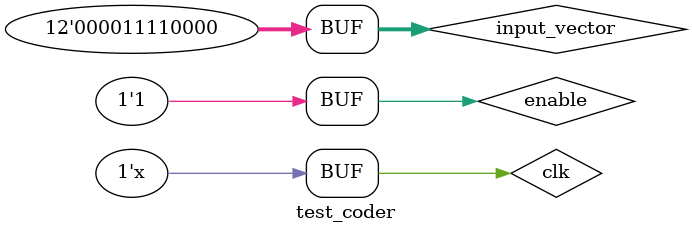
<source format=v>
`timescale 1ns / 1ps


module test_coder;

	// Inputs
	reg [11:0] input_vector;
	reg enable;
	reg clk;

	// Outputs
	wire [23:0] output_vector;
	wire ready;
	wire finish;

	// Instantiate the Unit Under Test (UUT)
	coder uut (
		.input_vector(input_vector), 
		.enable(enable), 
		.clk(clk), 
		.output_vector(output_vector), 
		.ready(ready), 
		.finish(finish)
	);

	always #10 clk = ~clk;

	initial begin
		// Initialize Inputs
		input_vector = 0;
		enable = 0;
		clk = 0;

		// Wait 100 ns for global reset to finish
		#100;
		input_vector = 12'h0f0;
		enable = 1;
      #100;  
		// Add stimulus here

	end
      
endmodule


</source>
